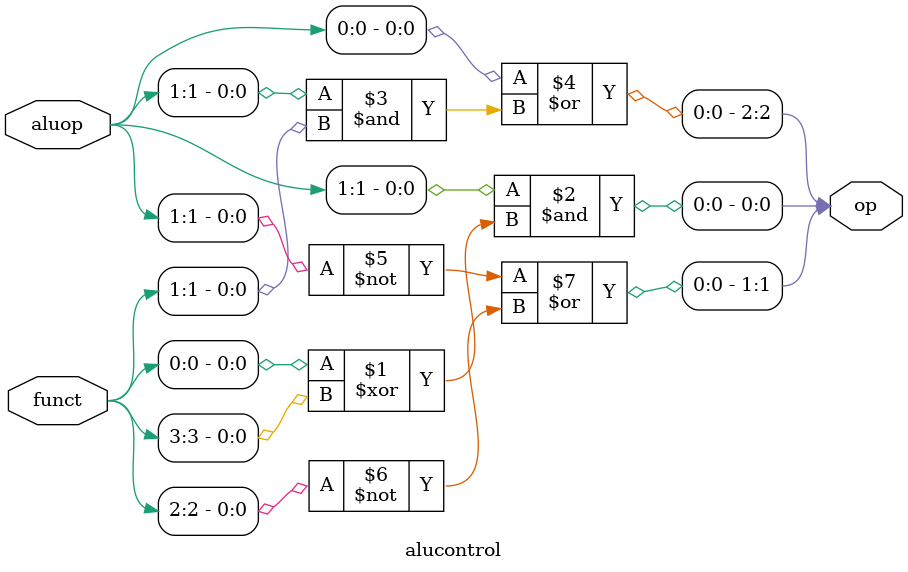
<source format=v>
module alucontrol(
    output [2:0] op,
    input [5:0] funct,
    input [1:0] aluop
);

assign op[0]=(aluop[1]&(funct[0]^funct[3]));
assign op[2]=(aluop[0] |(aluop[1]&funct[1]));
assign op[1]=((~aluop[1]) | (~funct[2]) );
endmodule
</source>
